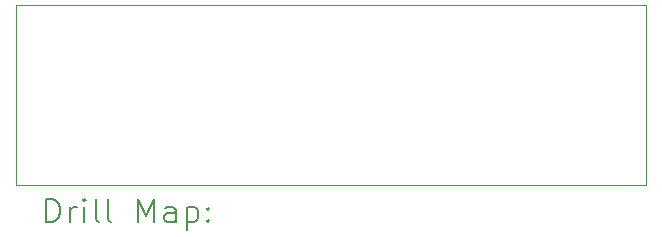
<source format=gbr>
%FSLAX45Y45*%
G04 Gerber Fmt 4.5, Leading zero omitted, Abs format (unit mm)*
G04 Created by KiCad (PCBNEW 5.99.0-unknown-476558e~101~ubuntu19.10.1) date 2020-07-07 10:55:05*
%MOMM*%
%LPD*%
G01*
G04 APERTURE LIST*
%TA.AperFunction,Profile*%
%ADD10C,0.050000*%
%TD*%
%ADD11C,0.200000*%
G04 APERTURE END LIST*
D10*
X9652000Y-10433500D02*
X9652000Y-11957500D01*
X14986000Y-10433500D02*
X9652000Y-10433500D01*
X14986000Y-11957500D02*
X14986000Y-10433500D01*
X9652000Y-11957500D02*
X14986000Y-11957500D01*
D11*
X9907119Y-12270476D02*
X9907119Y-12070476D01*
X9954738Y-12070476D01*
X9983309Y-12080000D01*
X10002357Y-12099048D01*
X10011881Y-12118095D01*
X10021405Y-12156190D01*
X10021405Y-12184762D01*
X10011881Y-12222857D01*
X10002357Y-12241905D01*
X9983309Y-12260952D01*
X9954738Y-12270476D01*
X9907119Y-12270476D01*
X10107119Y-12270476D02*
X10107119Y-12137143D01*
X10107119Y-12175238D02*
X10116643Y-12156190D01*
X10126167Y-12146667D01*
X10145214Y-12137143D01*
X10164262Y-12137143D01*
X10230928Y-12270476D02*
X10230928Y-12137143D01*
X10230928Y-12070476D02*
X10221405Y-12080000D01*
X10230928Y-12089524D01*
X10240452Y-12080000D01*
X10230928Y-12070476D01*
X10230928Y-12089524D01*
X10354738Y-12270476D02*
X10335690Y-12260952D01*
X10326167Y-12241905D01*
X10326167Y-12070476D01*
X10459500Y-12270476D02*
X10440452Y-12260952D01*
X10430928Y-12241905D01*
X10430928Y-12070476D01*
X10688071Y-12270476D02*
X10688071Y-12070476D01*
X10754738Y-12213333D01*
X10821405Y-12070476D01*
X10821405Y-12270476D01*
X11002357Y-12270476D02*
X11002357Y-12165714D01*
X10992833Y-12146667D01*
X10973786Y-12137143D01*
X10935690Y-12137143D01*
X10916643Y-12146667D01*
X11002357Y-12260952D02*
X10983309Y-12270476D01*
X10935690Y-12270476D01*
X10916643Y-12260952D01*
X10907119Y-12241905D01*
X10907119Y-12222857D01*
X10916643Y-12203810D01*
X10935690Y-12194286D01*
X10983309Y-12194286D01*
X11002357Y-12184762D01*
X11097595Y-12137143D02*
X11097595Y-12337143D01*
X11097595Y-12146667D02*
X11116643Y-12137143D01*
X11154738Y-12137143D01*
X11173786Y-12146667D01*
X11183309Y-12156190D01*
X11192833Y-12175238D01*
X11192833Y-12232381D01*
X11183309Y-12251429D01*
X11173786Y-12260952D01*
X11154738Y-12270476D01*
X11116643Y-12270476D01*
X11097595Y-12260952D01*
X11278547Y-12251429D02*
X11288071Y-12260952D01*
X11278547Y-12270476D01*
X11269024Y-12260952D01*
X11278547Y-12251429D01*
X11278547Y-12270476D01*
X11278547Y-12146667D02*
X11288071Y-12156190D01*
X11278547Y-12165714D01*
X11269024Y-12156190D01*
X11278547Y-12146667D01*
X11278547Y-12165714D01*
M02*

</source>
